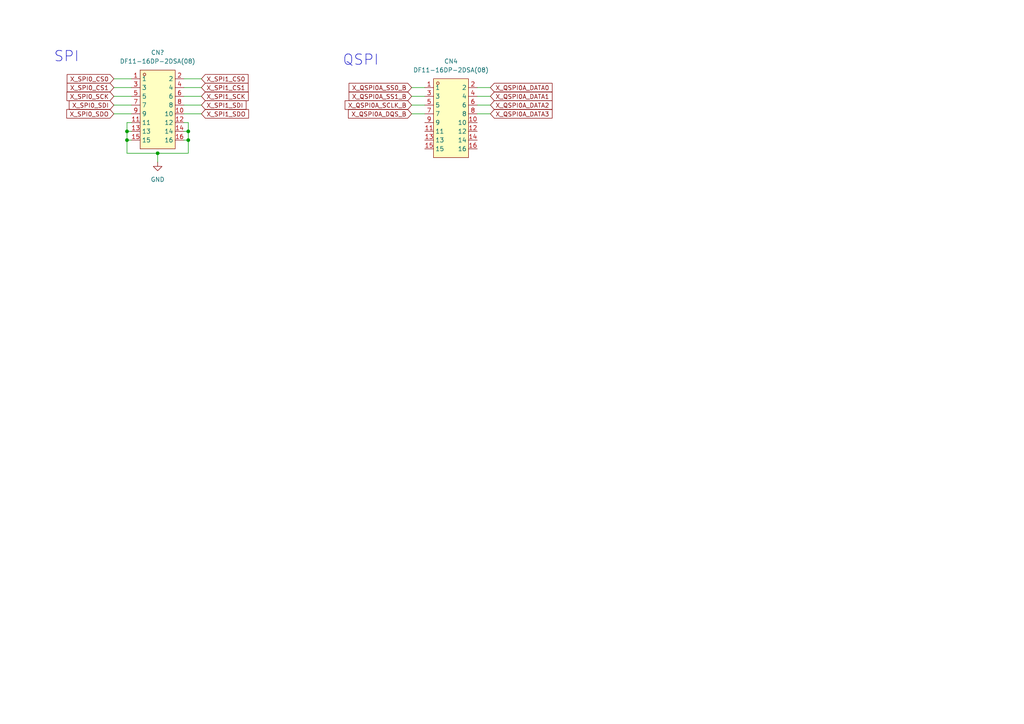
<source format=kicad_sch>
(kicad_sch (version 20250114) (generator "eeschema") (generator_version "9.0")
  (paper "A4")
  (lib_symbols
    (symbol "easyeda2kicad:DF11-16DP-2DSA(08)"
      (property "Reference" "CN" (at 0 13.97 0))
      (property "Value" "DF11-16DP-2DSA(08)" (at 0 -13.97 0))
      (symbol "DF11-16DP-2DSA(08)_0_1"
        (rectangle (start -5.08 11.43) (end 5.08 -11.43) (fill (type background)))
        (circle (center -3.81 10.16) (radius 0.38))
        (pin unspecified line (at -7.62 8.89 0) (length 2.54) (name "1") (number "1"))
        (pin unspecified line (at -7.62 6.35 0) (length 2.54) (name "3") (number "3"))
        (pin unspecified line (at -7.62 3.81 0) (length 2.54) (name "5") (number "5"))
        (pin unspecified line (at -7.62 1.27 0) (length 2.54) (name "7") (number "7"))
        (pin unspecified line (at -7.62 -1.27 0) (length 2.54) (name "9") (number "9"))
        (pin unspecified line (at -7.62 -3.81 0) (length 2.54) (name "11") (number "11"))
        (pin unspecified line (at -7.62 -6.35 0) (length 2.54) (name "13") (number "13"))
        (pin unspecified line (at -7.62 -8.89 0) (length 2.54) (name "15") (number "15"))
        (pin unspecified line (at 7.62 8.89 180) (length 2.54) (name "2") (number "2"))
        (pin unspecified line (at 7.62 6.35 180) (length 2.54) (name "4") (number "4"))
        (pin unspecified line (at 7.62 3.81 180) (length 2.54) (name "6") (number "6"))
        (pin unspecified line (at 7.62 1.27 180) (length 2.54) (name "8") (number "8"))
        (pin unspecified line (at 7.62 -1.27 180) (length 2.54) (name "10") (number "10"))
        (pin unspecified line (at 7.62 -3.81 180) (length 2.54) (name "12") (number "12"))
        (pin unspecified line (at 7.62 -6.35 180) (length 2.54) (name "14") (number "14"))
        (pin unspecified line (at 7.62 -8.89 180) (length 2.54) (name "16") (number "16"))
      )
    )
    (symbol "power:GND" (power) (pin_numbers (hide yes)) (pin_names (offset 0) (hide yes))
      (property "Value" "GND" (at 0 -3.81 0))
      (symbol "GND_0_1"
        (polyline (pts (xy 0 0) (xy 0 -1.27) (xy 1.27 -1.27) (xy 0 -2.54) (xy -1.27 -1.27) (xy 0 -1.27)))
      )
      (symbol "GND_1_1"
        (pin power_in line (at 0 0 270) (length 0) (name "~") (number "1"))
      )
    )
  )
  (text "QSPI" (at 104.648 17.526 0) (effects (font (size 3 3))))
  (text "SPI" (at 19.304 16.51 0) (effects (font (size 3 3))))
  (junction (at 36.83 40.64))
  (junction (at 54.61 38.1))
  (junction (at 45.72 44.45))
  (junction (at 54.61 40.64))
  (junction (at 36.83 38.1))
  (wire (pts (xy 119.38 33.02) (xy 123.19 33.02)))
  (wire (pts (xy 142.24 27.94) (xy 138.43 27.94)))
  (wire (pts (xy 53.34 27.94) (xy 58.42 27.94)))
  (wire (pts (xy 142.24 30.48) (xy 138.43 30.48)))
  (wire (pts (xy 38.1 35.56) (xy 36.83 35.56)))
  (wire (pts (xy 33.02 27.94) (xy 38.1 27.94)))
  (wire (pts (xy 53.34 30.48) (xy 58.42 30.48)))
  (wire (pts (xy 54.61 35.56) (xy 54.61 38.1)))
  (wire (pts (xy 119.38 30.48) (xy 123.19 30.48)))
  (wire (pts (xy 53.34 33.02) (xy 58.42 33.02)))
  (wire (pts (xy 36.83 40.64) (xy 38.1 40.64)))
  (wire (pts (xy 38.1 38.1) (xy 36.83 38.1)))
  (wire (pts (xy 54.61 40.64) (xy 54.61 44.45)))
  (wire (pts (xy 36.83 35.56) (xy 36.83 38.1)))
  (wire (pts (xy 33.02 22.86) (xy 38.1 22.86)))
  (wire (pts (xy 53.34 25.4) (xy 58.42 25.4)))
  (wire (pts (xy 142.24 25.4) (xy 138.43 25.4)))
  (wire (pts (xy 45.72 46.99) (xy 45.72 44.45)))
  (wire (pts (xy 119.38 25.4) (xy 123.19 25.4)))
  (wire (pts (xy 142.24 33.02) (xy 138.43 33.02)))
  (wire (pts (xy 53.34 22.86) (xy 58.42 22.86)))
  (wire (pts (xy 33.02 33.02) (xy 38.1 33.02)))
  (wire (pts (xy 53.34 40.64) (xy 54.61 40.64)))
  (wire (pts (xy 53.34 35.56) (xy 54.61 35.56)))
  (wire (pts (xy 53.34 38.1) (xy 54.61 38.1)))
  (wire (pts (xy 54.61 44.45) (xy 45.72 44.45)))
  (wire (pts (xy 45.72 44.45) (xy 36.83 44.45)))
  (wire (pts (xy 54.61 38.1) (xy 54.61 40.64)))
  (wire (pts (xy 33.02 25.4) (xy 38.1 25.4)))
  (wire (pts (xy 36.83 38.1) (xy 36.83 40.64)))
  (wire (pts (xy 36.83 44.45) (xy 36.83 40.64)))
  (wire (pts (xy 33.02 30.48) (xy 38.1 30.48)))
  (wire (pts (xy 119.38 27.94) (xy 123.19 27.94)))
  (global_label "X_SPI0_CS0" (shape input) (at 33.02 22.86 180) (property "Intersheetrefs" "${INTERSHEET_REFS}" (effects (hide yes))))
  (global_label "X_SPI0_SDO" (shape input) (at 33.02 33.02 180) (property "Intersheetrefs" "${INTERSHEET_REFS}" (effects (hide yes))))
  (global_label "X_QSPI0A_DATA0" (shape input) (at 142.24 25.4 0) (property "Intersheetrefs" "${INTERSHEET_REFS}" (effects (hide yes))))
  (global_label "X_QSPI0A_DQS_B" (shape input) (at 119.38 33.02 180) (property "Intersheetrefs" "${INTERSHEET_REFS}" (effects (hide yes))))
  (global_label "X_QSPI0A_SS0_B" (shape input) (at 119.38 25.4 180) (property "Intersheetrefs" "${INTERSHEET_REFS}" (effects (hide yes))))
  (global_label "X_QSPI0A_DATA3" (shape input) (at 142.24 33.02 0) (property "Intersheetrefs" "${INTERSHEET_REFS}" (effects (hide yes))))
  (global_label "X_SPI1_CS0" (shape input) (at 58.42 22.86 0) (property "Intersheetrefs" "${INTERSHEET_REFS}" (effects (hide yes))))
  (global_label "X_QSPI0A_DATA2" (shape input) (at 142.24 30.48 0) (property "Intersheetrefs" "${INTERSHEET_REFS}" (effects (hide yes))))
  (global_label "X_SPI0_SDI" (shape input) (at 33.02 30.48 180) (property "Intersheetrefs" "${INTERSHEET_REFS}" (effects (hide yes))))
  (global_label "X_SPI1_SDO" (shape input) (at 58.42 33.02 0) (property "Intersheetrefs" "${INTERSHEET_REFS}" (effects (hide yes))))
  (global_label "X_QSPI0A_SS1_B" (shape input) (at 119.38 27.94 180) (property "Intersheetrefs" "${INTERSHEET_REFS}" (effects (hide yes))))
  (global_label "X_QSPI0A_DATA1" (shape input) (at 142.24 27.94 0) (property "Intersheetrefs" "${INTERSHEET_REFS}" (effects (hide yes))))
  (global_label "X_SPI1_SDI" (shape input) (at 58.42 30.48 0) (property "Intersheetrefs" "${INTERSHEET_REFS}" (effects (hide yes))))
  (global_label "X_SPI0_SCK" (shape input) (at 33.02 27.94 180) (property "Intersheetrefs" "${INTERSHEET_REFS}" (effects (hide yes))))
  (global_label "X_SPI1_CS1" (shape input) (at 58.42 25.4 0) (property "Intersheetrefs" "${INTERSHEET_REFS}" (effects (hide yes))))
  (global_label "X_QSPI0A_SCLK_B" (shape input) (at 119.38 30.48 180) (property "Intersheetrefs" "${INTERSHEET_REFS}" (effects (hide yes))))
  (global_label "X_SPI0_CS1" (shape input) (at 33.02 25.4 180) (property "Intersheetrefs" "${INTERSHEET_REFS}" (effects (hide yes))))
  (global_label "X_SPI1_SCK" (shape input) (at 58.42 27.94 0) (property "Intersheetrefs" "${INTERSHEET_REFS}" (effects (hide yes))))
  (symbol (lib_id "easyeda2kicad:DF11-16DP-2DSA(08)") (at 45.72 31.75 0) (unit 1)
    (property "Reference" "CN?" (at 45.72 15.24 0))
    (property "Value" "DF11-16DP-2DSA(08)" (at 45.72 17.78 0))
    (property "Footprint" "easyeda2kicad:CONN-TH_DF11-16DP-2DSA-08" (effects (hide yes)))
    (property "Datasheet" "https://lcsc.com/product-detail/Wire-To-Board-Wire-To-Wire-Connector_HRS-Hirose-HRS-DF11-16DP-2DSA-08_C530981.html" (effects (hide yes)))
    (property "LCSC Part" "C530981" (effects (hide yes)))
  )
  (symbol (lib_id "power:GND") (at 45.72 46.99 0) (unit 1)
    (property "Reference" "#PWR07" (effects (hide yes)))
    (property "Value" "GND" (at 45.72 52.07 0))
    (property "Description" "Power symbol creates a global label with name \"GND\" , ground" (effects (hide yes)))
    (instances (project "imx8x_carrier_v1" (path "" (reference "#PWR07") (unit 1)) (path "" (reference "#PWR06") (unit 1)) (path "" (reference "#PWR05") (unit 1))))
  )
  (symbol (lib_id "easyeda2kicad:DF11-16DP-2DSA(08)") (at 130.81 34.29 0) (unit 1)
    (property "Reference" "CN4" (at 130.81 17.78 0))
    (property "Value" "DF11-16DP-2DSA(08)" (at 130.81 20.32 0))
    (property "Footprint" "easyeda2kicad:CONN-TH_DF11-16DP-2DSA-08" (effects (hide yes)))
    (property "Datasheet" "https://lcsc.com/product-detail/Wire-To-Board-Wire-To-Wire-Connector_HRS-Hirose-HRS-DF11-16DP-2DSA-08_C530981.html" (effects (hide yes)))
    (property "LCSC Part" "C530981" (effects (hide yes)))
  )
)
</source>
